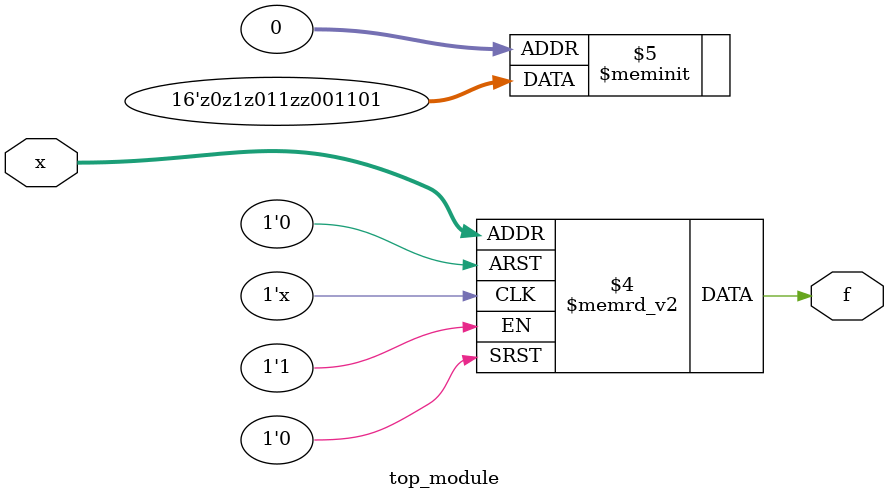
<source format=sv>
module top_module (
	input [4:1] x,
	output logic f
);

always_comb begin
    case (x)
        4'b00_00: f = 1'b1;
        4'b00_01: f = 1'b0;
        4'b00_10: f = 1'b1;
        4'b00_11: f = 1'b1;
        4'b01_00: f = 1'b0;
        4'b01_01: f = 1'b0;
        4'b01_10: f = 1'bz;
        4'b01_11: f = 1'bz;
        4'b10_00: f = 1'b1;
        4'b10_01: f = 1'b1;
        4'b10_10: f = 1'b0;
        4'b10_11: f = 1'bz;
        4'b11_00: f = 1'b1;
        4'b11_01: f = 1'bz;
        4'b11_10: f = 1'b0;
        4'b11_11: f = 1'bz;
        default: f = 1'bz; // Handle don't-cares
    endcase
end

endmodule

</source>
